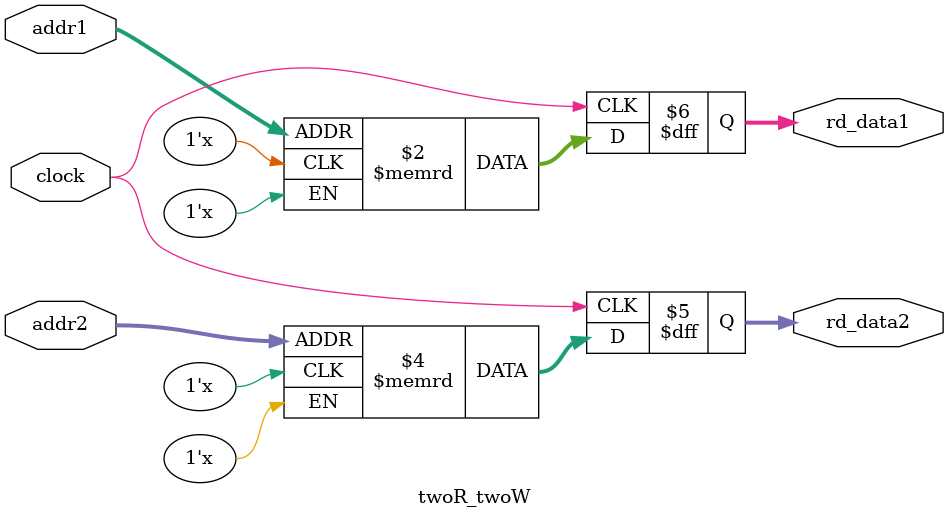
<source format=v>
`define DEPTH 16 	// Depth of memory
`define ADDR_WIDTH $clog2(`DEPTH)
`define DATA_WIDTH 8		// Width of memory

module twoR_twoW(
		clock,
		addr1,
		addr2,
        rd_data1,
        rd_data2
		);

	// INPUTS
	input				   	clock;		// Clock input
	input [`ADDR_WIDTH-1:0]	addr1;	    // address 1
	input [`ADDR_WIDTH-1:0]	addr2;	    // address 2

	// OUTPUTS
	output reg [`DATA_WIDTH-1:0] rd_data1; 	// Read data 1
 	output reg [`DATA_WIDTH-1:0] rd_data2; 	// Read data 2



	// The memory block.
	reg [`DATA_WIDTH-1:0] block_mem [`DEPTH-1:0];

	always @(posedge clock) begin
		rd_data1 <= block_mem[addr1];
	end
	always @(posedge clock) begin
		rd_data2 <= block_mem[addr2];
	end

endmodule

</source>
